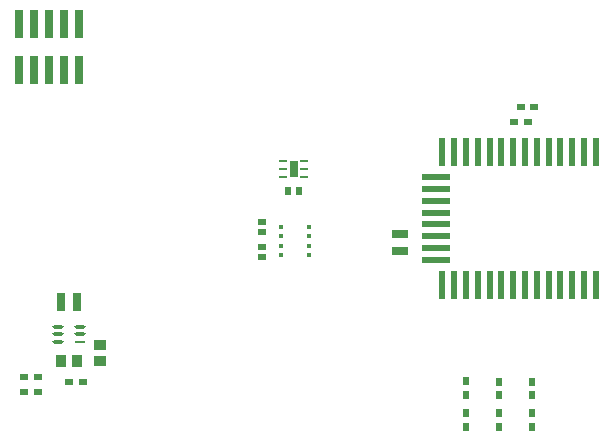
<source format=gbr>
%TF.GenerationSoftware,Altium Limited,Altium Designer,23.5.1 (21)*%
G04 Layer_Color=8421504*
%FSLAX45Y45*%
%MOMM*%
%TF.SameCoordinates,0CF0D061-263B-42B0-A585-B6EE71A6EBF9*%
%TF.FilePolarity,Positive*%
%TF.FileFunction,Paste,Top*%
%TF.Part,Single*%
G01*
G75*
%TA.AperFunction,SMDPad,CuDef*%
%ADD10R,0.75000X0.60000*%
%ADD11R,1.00000X0.90000*%
%ADD12R,0.60000X0.75000*%
%TA.AperFunction,SMDPad,SMDef*%
%ADD13R,0.65000X1.45000*%
%ADD14R,0.70000X0.27000*%
%TA.AperFunction,SMDPad,CuDef*%
%ADD15R,0.60000X0.64000*%
%ADD16R,0.64000X0.60000*%
%TA.AperFunction,BGAPad,CuDef*%
%ADD17R,0.40000X0.40000*%
%TA.AperFunction,SMDPad,CuDef*%
%ADD18R,1.40000X0.75000*%
G04:AMPARAMS|DCode=19|XSize=0.96535mm|YSize=0.29247mm|CornerRadius=0.14624mm|HoleSize=0mm|Usage=FLASHONLY|Rotation=180.000|XOffset=0mm|YOffset=0mm|HoleType=Round|Shape=RoundedRectangle|*
%AMROUNDEDRECTD19*
21,1,0.96535,0.00000,0,0,180.0*
21,1,0.67288,0.29247,0,0,180.0*
1,1,0.29247,-0.33644,0.00000*
1,1,0.29247,0.33644,0.00000*
1,1,0.29247,0.33644,0.00000*
1,1,0.29247,-0.33644,0.00000*
%
%ADD19ROUNDEDRECTD19*%
%ADD20R,0.96535X0.29247*%
%ADD21R,0.65000X1.60000*%
%ADD22R,0.90000X1.00000*%
%ADD23R,0.60000X2.40000*%
%ADD24R,2.40000X0.60000*%
%ADD25R,0.75000X2.40000*%
D10*
X2914300Y3111500D02*
D03*
X3029300D02*
D03*
Y2984500D02*
D03*
X2914300D02*
D03*
X3295300Y3073400D02*
D03*
X3410300D02*
D03*
X7060500Y5270500D02*
D03*
X7175500D02*
D03*
X7118000Y5397500D02*
D03*
X7233000D02*
D03*
D11*
X3556000Y3386200D02*
D03*
Y3251200D02*
D03*
D12*
X6654800Y2807400D02*
D03*
Y2692400D02*
D03*
Y2962560D02*
D03*
Y3077560D02*
D03*
X6934200Y2806700D02*
D03*
Y2691700D02*
D03*
Y2960020D02*
D03*
Y3075020D02*
D03*
X7213600Y2807400D02*
D03*
Y2692400D02*
D03*
Y2961640D02*
D03*
Y3076640D02*
D03*
D13*
X5194300Y4876800D02*
D03*
D14*
X5283300Y4941800D02*
D03*
Y4876800D02*
D03*
Y4811800D02*
D03*
X5105300D02*
D03*
Y4876800D02*
D03*
Y4941800D02*
D03*
D15*
X5150300Y4686300D02*
D03*
X5238300D02*
D03*
D16*
X4927600Y4431400D02*
D03*
Y4343400D02*
D03*
Y4216400D02*
D03*
Y4128400D02*
D03*
D17*
X5327000Y4387200D02*
D03*
Y4307200D02*
D03*
Y4227200D02*
D03*
Y4147200D02*
D03*
X5087000D02*
D03*
Y4227200D02*
D03*
Y4307200D02*
D03*
Y4387200D02*
D03*
D18*
X6096000Y4182000D02*
D03*
Y4327000D02*
D03*
D19*
X3198584Y3412655D02*
D03*
Y3477655D02*
D03*
Y3542655D02*
D03*
X3389296D02*
D03*
Y3477655D02*
D03*
D20*
Y3412655D02*
D03*
D21*
X3221800Y3746500D02*
D03*
X3356800D02*
D03*
D22*
Y3251200D02*
D03*
X3221800D02*
D03*
D23*
X7753900Y3892700D02*
D03*
X7653900D02*
D03*
X7553900D02*
D03*
X7453900D02*
D03*
X7353900D02*
D03*
X7253900D02*
D03*
X7153900D02*
D03*
X7053900D02*
D03*
X6953900D02*
D03*
X6853900D02*
D03*
X6753900D02*
D03*
X6653900D02*
D03*
X6553900D02*
D03*
X6453900D02*
D03*
Y5022700D02*
D03*
X6553900D02*
D03*
X6653900D02*
D03*
X6753900D02*
D03*
X6853900D02*
D03*
X6953900D02*
D03*
X7053900D02*
D03*
X7153900D02*
D03*
X7253900D02*
D03*
X7353900D02*
D03*
X7453900D02*
D03*
X7553900D02*
D03*
X7653900D02*
D03*
X7753900D02*
D03*
D24*
X6403900Y4107700D02*
D03*
Y4207700D02*
D03*
Y4307700D02*
D03*
Y4407700D02*
D03*
Y4507700D02*
D03*
Y4607700D02*
D03*
Y4707700D02*
D03*
Y4807700D02*
D03*
D25*
X2870200Y5710500D02*
D03*
X2997200D02*
D03*
X3124200D02*
D03*
X3251200D02*
D03*
X3378200D02*
D03*
X2870200Y6100500D02*
D03*
X2997200D02*
D03*
X3124200D02*
D03*
X3251200D02*
D03*
X3378200D02*
D03*
%TF.MD5,fcec6cbc9adbfc818a83efa4fd88a31d*%
M02*

</source>
